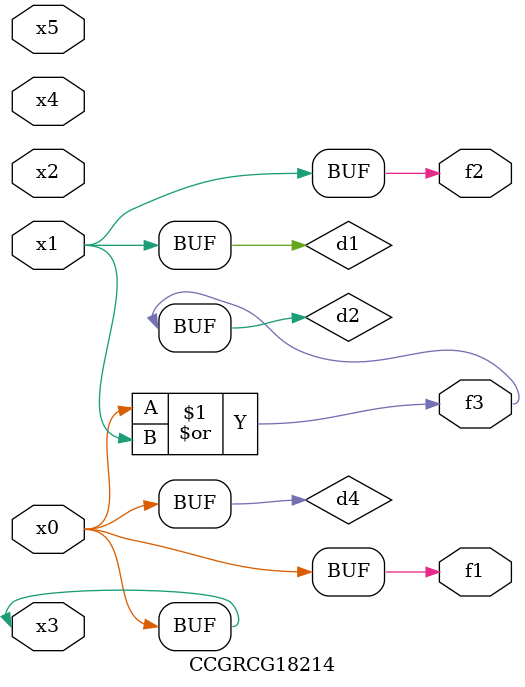
<source format=v>
module CCGRCG18214(
	input x0, x1, x2, x3, x4, x5,
	output f1, f2, f3
);

	wire d1, d2, d3, d4;

	and (d1, x1);
	or (d2, x0, x1);
	nand (d3, x0, x5);
	buf (d4, x0, x3);
	assign f1 = d4;
	assign f2 = d1;
	assign f3 = d2;
endmodule

</source>
